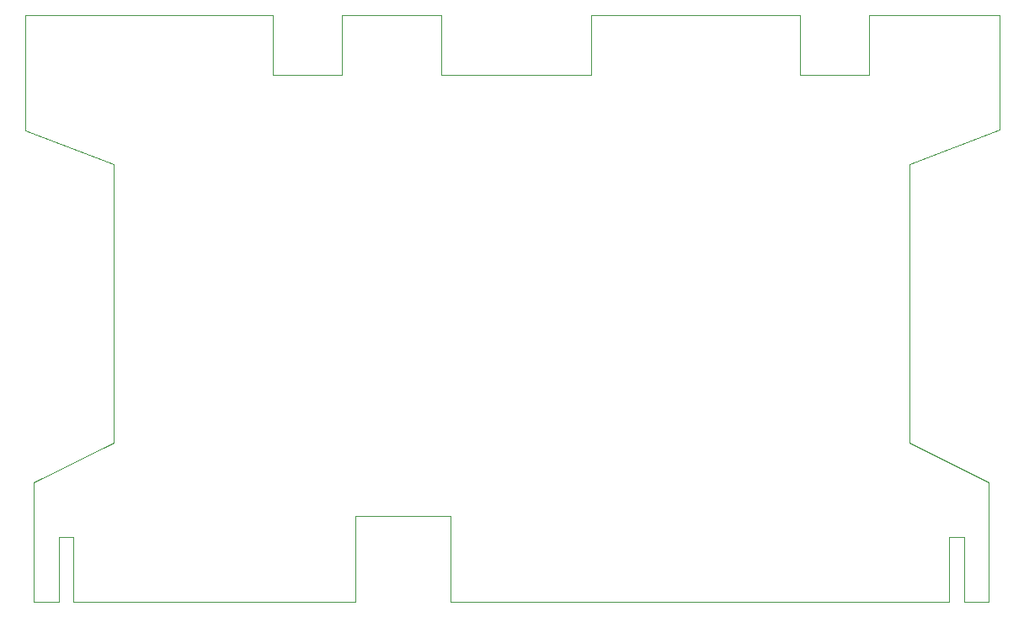
<source format=gm1>
%FSTAX25Y25*%
%MOIN*%
%SFA1B1*%

%IPPOS*%
%ADD62C,0.003940*%
%LNmain_pcb-1*%
%LPD*%
G54D62*
X0353543Y0197638D02*
X0550787D01*
X0353543D02*
Y0231496D01*
X0315748D02*
X0353543D01*
X0315748Y0197638D02*
Y0231496D01*
X0204331Y0197638D02*
X0315748D01*
X0185039Y0384343D02*
Y0429921D01*
X0283071Y0406299D02*
Y0429921D01*
X0570866Y0384646D02*
Y0429921D01*
X0185039Y0384343D02*
X0220079Y0370866D01*
X0535039D02*
X0570866Y0384646D01*
X0535039Y026063D02*
Y0370866D01*
X0220079Y026063D02*
Y0370866D01*
X0535039Y026063D02*
X0566535Y0244882D01*
X0188583D02*
X0220079Y026063D01*
X0566535Y0197638D02*
Y0244882D01*
X0188583Y0197638D02*
Y0244882D01*
X0185039Y0429921D02*
X0283071D01*
Y0406299D02*
X031063D01*
Y0429921*
X035*
Y0406299D02*
Y0429921D01*
Y0406299D02*
X0409055D01*
Y0429921*
X0491732*
Y0406299D02*
Y0429921D01*
Y0406299D02*
X0519291D01*
Y0429921*
X0570866*
X0188583Y0197638D02*
X0198425D01*
Y0223228*
X0204331*
Y0197638D02*
Y0223228D01*
X0556693Y0197638D02*
X0566535D01*
X0556693D02*
Y0223228D01*
X0550787D02*
X0556693D01*
X0550787Y0197638D02*
Y0223228D01*
M02*
</source>
